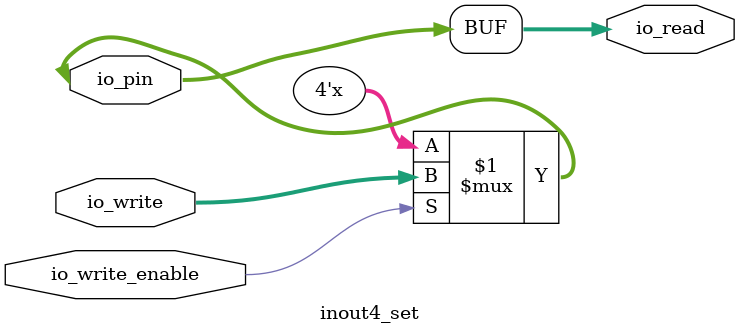
<source format=v>
module inout4_set(     
  inout  [3:0] io_pin,
  input  [3:0] io_write,
  output [3:0] io_read,
  input        io_write_enable
);
  assign io_pin  = io_write_enable ? io_write : 4'hZZ;
  assign io_read = io_pin;
endmodule

</source>
